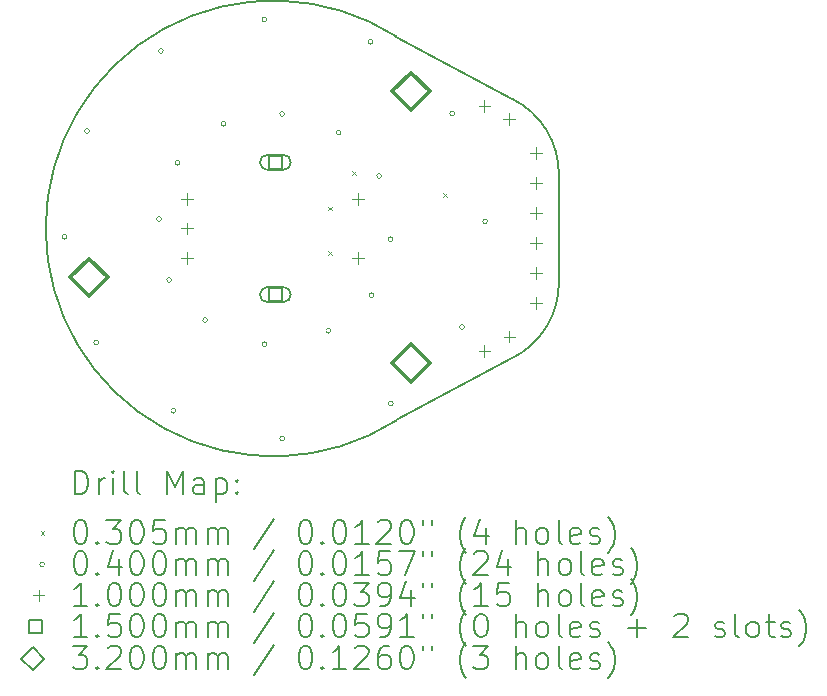
<source format=gbr>
%FSLAX45Y45*%
G04 Gerber Fmt 4.5, Leading zero omitted, Abs format (unit mm)*
G04 Created by KiCad (PCBNEW (6.0.2)) date 2022-04-21 21:08:19*
%MOMM*%
%LPD*%
G01*
G04 APERTURE LIST*
%TA.AperFunction,Profile*%
%ADD10C,0.200000*%
%TD*%
%ADD11C,0.200000*%
%ADD12C,0.030480*%
%ADD13C,0.040000*%
%ADD14C,0.100000*%
%ADD15C,0.150000*%
%ADD16C,0.320000*%
G04 APERTURE END LIST*
D10*
X7250000Y-5460000D02*
X6275000Y-5985000D01*
X6275000Y-2735000D02*
X7250000Y-3260000D01*
X6275000Y-2735000D02*
G75*
G03*
X3304974Y-4360000I-1040467J-1625000D01*
G01*
X3304974Y-4360000D02*
G75*
G03*
X6275000Y-5985000I1929559J0D01*
G01*
X7250000Y-5460000D02*
G75*
G03*
X7650000Y-4810000I-310148J638937D01*
G01*
X7650000Y-3910000D02*
G75*
G03*
X7250000Y-3260000I-710148J11063D01*
G01*
X7650000Y-3910000D02*
X7650000Y-4810000D01*
D11*
D12*
X5697160Y-4175460D02*
X5727640Y-4205940D01*
X5727640Y-4175460D02*
X5697160Y-4205940D01*
X5697260Y-4554760D02*
X5727740Y-4585240D01*
X5727740Y-4554760D02*
X5697260Y-4585240D01*
X5902260Y-3874760D02*
X5932740Y-3905240D01*
X5932740Y-3874760D02*
X5902260Y-3905240D01*
X6670360Y-4060270D02*
X6700840Y-4090750D01*
X6700840Y-4060270D02*
X6670360Y-4090750D01*
D13*
X3483900Y-4430800D02*
G75*
G03*
X3483900Y-4430800I-20000J0D01*
G01*
X3674726Y-3534952D02*
G75*
G03*
X3674726Y-3534952I-20000J0D01*
G01*
X3752490Y-5325752D02*
G75*
G03*
X3752490Y-5325752I-20000J0D01*
G01*
X4283900Y-4280800D02*
G75*
G03*
X4283900Y-4280800I-20000J0D01*
G01*
X4299973Y-2857190D02*
G75*
G03*
X4299973Y-2857190I-20000J0D01*
G01*
X4370310Y-4795848D02*
G75*
G03*
X4370310Y-4795848I-20000J0D01*
G01*
X4404952Y-5903910D02*
G75*
G03*
X4404952Y-5903910I-20000J0D01*
G01*
X4442546Y-3805048D02*
G75*
G03*
X4442546Y-3805048I-20000J0D01*
G01*
X4675048Y-5136090D02*
G75*
G03*
X4675048Y-5136090I-20000J0D01*
G01*
X4829877Y-3475010D02*
G75*
G03*
X4829877Y-3475010I-20000J0D01*
G01*
X5177200Y-2590000D02*
G75*
G03*
X5177200Y-2590000I-20000J0D01*
G01*
X5177200Y-5339000D02*
G75*
G03*
X5177200Y-5339000I-20000J0D01*
G01*
X5327200Y-3390000D02*
G75*
G03*
X5327200Y-3390000I-20000J0D01*
G01*
X5327200Y-6139000D02*
G75*
G03*
X5327200Y-6139000I-20000J0D01*
G01*
X5717548Y-5226090D02*
G75*
G03*
X5717548Y-5226090I-20000J0D01*
G01*
X5804952Y-3548910D02*
G75*
G03*
X5804952Y-3548910I-20000J0D01*
G01*
X6075048Y-2781090D02*
G75*
G03*
X6075048Y-2781090I-20000J0D01*
G01*
X6082454Y-4924952D02*
G75*
G03*
X6082454Y-4924952I-20000J0D01*
G01*
X6148590Y-3914952D02*
G75*
G03*
X6148590Y-3914952I-20000J0D01*
G01*
X6245000Y-4450000D02*
G75*
G03*
X6245000Y-4450000I-20000J0D01*
G01*
X6247452Y-5843910D02*
G75*
G03*
X6247452Y-5843910I-20000J0D01*
G01*
X6766410Y-3385048D02*
G75*
G03*
X6766410Y-3385048I-20000J0D01*
G01*
X6850274Y-5195048D02*
G75*
G03*
X6850274Y-5195048I-20000J0D01*
G01*
X7045000Y-4300000D02*
G75*
G03*
X7045000Y-4300000I-20000J0D01*
G01*
D14*
X4500000Y-4060000D02*
X4500000Y-4160000D01*
X4450000Y-4110000D02*
X4550000Y-4110000D01*
X4500000Y-4310000D02*
X4500000Y-4410000D01*
X4450000Y-4360000D02*
X4550000Y-4360000D01*
X4500000Y-4560000D02*
X4500000Y-4660000D01*
X4450000Y-4610000D02*
X4550000Y-4610000D01*
X5950000Y-4060000D02*
X5950000Y-4160000D01*
X5900000Y-4110000D02*
X6000000Y-4110000D01*
X5950000Y-4560000D02*
X5950000Y-4660000D01*
X5900000Y-4610000D02*
X6000000Y-4610000D01*
X7020000Y-3272500D02*
X7020000Y-3372500D01*
X6970000Y-3322500D02*
X7070000Y-3322500D01*
X7020000Y-5345000D02*
X7020000Y-5445000D01*
X6970000Y-5395000D02*
X7070000Y-5395000D01*
X7230800Y-3384500D02*
X7230800Y-3484500D01*
X7180800Y-3434500D02*
X7280800Y-3434500D01*
X7231300Y-5225000D02*
X7231300Y-5325000D01*
X7181300Y-5275000D02*
X7281300Y-5275000D01*
X7455000Y-3668000D02*
X7455000Y-3768000D01*
X7405000Y-3718000D02*
X7505000Y-3718000D01*
X7455000Y-3922000D02*
X7455000Y-4022000D01*
X7405000Y-3972000D02*
X7505000Y-3972000D01*
X7455000Y-4176000D02*
X7455000Y-4276000D01*
X7405000Y-4226000D02*
X7505000Y-4226000D01*
X7455000Y-4430000D02*
X7455000Y-4530000D01*
X7405000Y-4480000D02*
X7505000Y-4480000D01*
X7455000Y-4684000D02*
X7455000Y-4784000D01*
X7405000Y-4734000D02*
X7505000Y-4734000D01*
X7455000Y-4938000D02*
X7455000Y-5038000D01*
X7405000Y-4988000D02*
X7505000Y-4988000D01*
D15*
X5303034Y-3853033D02*
X5303034Y-3746966D01*
X5196967Y-3746966D01*
X5196967Y-3853033D01*
X5303034Y-3853033D01*
D11*
X5185000Y-3865000D02*
X5315000Y-3865000D01*
X5185000Y-3735000D02*
X5315000Y-3735000D01*
X5315000Y-3865000D02*
G75*
G03*
X5315000Y-3735000I0J65000D01*
G01*
X5185000Y-3735000D02*
G75*
G03*
X5185000Y-3865000I0J-65000D01*
G01*
D15*
X5303034Y-4973034D02*
X5303034Y-4866967D01*
X5196967Y-4866967D01*
X5196967Y-4973034D01*
X5303034Y-4973034D01*
D11*
X5185000Y-4985000D02*
X5315000Y-4985000D01*
X5185000Y-4855000D02*
X5315000Y-4855000D01*
X5315000Y-4985000D02*
G75*
G03*
X5315000Y-4855000I0J65000D01*
G01*
X5185000Y-4855000D02*
G75*
G03*
X5185000Y-4985000I0J-65000D01*
G01*
D16*
X3675000Y-4935000D02*
X3835000Y-4775000D01*
X3675000Y-4615000D01*
X3515000Y-4775000D01*
X3675000Y-4935000D01*
X6400000Y-3360000D02*
X6560000Y-3200000D01*
X6400000Y-3040000D01*
X6240000Y-3200000D01*
X6400000Y-3360000D01*
X6400000Y-5660000D02*
X6560000Y-5500000D01*
X6400000Y-5340000D01*
X6240000Y-5500000D01*
X6400000Y-5660000D01*
D11*
X3552593Y-6610035D02*
X3552593Y-6410035D01*
X3600212Y-6410035D01*
X3628784Y-6419559D01*
X3647831Y-6438606D01*
X3657355Y-6457654D01*
X3666879Y-6495749D01*
X3666879Y-6524321D01*
X3657355Y-6562416D01*
X3647831Y-6581463D01*
X3628784Y-6600511D01*
X3600212Y-6610035D01*
X3552593Y-6610035D01*
X3752593Y-6610035D02*
X3752593Y-6476701D01*
X3752593Y-6514797D02*
X3762117Y-6495749D01*
X3771641Y-6486225D01*
X3790688Y-6476701D01*
X3809736Y-6476701D01*
X3876403Y-6610035D02*
X3876403Y-6476701D01*
X3876403Y-6410035D02*
X3866879Y-6419559D01*
X3876403Y-6429082D01*
X3885927Y-6419559D01*
X3876403Y-6410035D01*
X3876403Y-6429082D01*
X4000212Y-6610035D02*
X3981165Y-6600511D01*
X3971641Y-6581463D01*
X3971641Y-6410035D01*
X4104974Y-6610035D02*
X4085927Y-6600511D01*
X4076403Y-6581463D01*
X4076403Y-6410035D01*
X4333546Y-6610035D02*
X4333546Y-6410035D01*
X4400212Y-6552892D01*
X4466879Y-6410035D01*
X4466879Y-6610035D01*
X4647831Y-6610035D02*
X4647831Y-6505273D01*
X4638308Y-6486225D01*
X4619260Y-6476701D01*
X4581165Y-6476701D01*
X4562117Y-6486225D01*
X4647831Y-6600511D02*
X4628784Y-6610035D01*
X4581165Y-6610035D01*
X4562117Y-6600511D01*
X4552593Y-6581463D01*
X4552593Y-6562416D01*
X4562117Y-6543368D01*
X4581165Y-6533844D01*
X4628784Y-6533844D01*
X4647831Y-6524321D01*
X4743070Y-6476701D02*
X4743070Y-6676701D01*
X4743070Y-6486225D02*
X4762117Y-6476701D01*
X4800212Y-6476701D01*
X4819260Y-6486225D01*
X4828784Y-6495749D01*
X4838308Y-6514797D01*
X4838308Y-6571940D01*
X4828784Y-6590987D01*
X4819260Y-6600511D01*
X4800212Y-6610035D01*
X4762117Y-6610035D01*
X4743070Y-6600511D01*
X4924022Y-6590987D02*
X4933546Y-6600511D01*
X4924022Y-6610035D01*
X4914498Y-6600511D01*
X4924022Y-6590987D01*
X4924022Y-6610035D01*
X4924022Y-6486225D02*
X4933546Y-6495749D01*
X4924022Y-6505273D01*
X4914498Y-6495749D01*
X4924022Y-6486225D01*
X4924022Y-6505273D01*
D12*
X3264494Y-6924319D02*
X3294974Y-6954799D01*
X3294974Y-6924319D02*
X3264494Y-6954799D01*
D11*
X3590688Y-6830035D02*
X3609736Y-6830035D01*
X3628784Y-6839559D01*
X3638308Y-6849082D01*
X3647831Y-6868130D01*
X3657355Y-6906225D01*
X3657355Y-6953844D01*
X3647831Y-6991940D01*
X3638308Y-7010987D01*
X3628784Y-7020511D01*
X3609736Y-7030035D01*
X3590688Y-7030035D01*
X3571641Y-7020511D01*
X3562117Y-7010987D01*
X3552593Y-6991940D01*
X3543069Y-6953844D01*
X3543069Y-6906225D01*
X3552593Y-6868130D01*
X3562117Y-6849082D01*
X3571641Y-6839559D01*
X3590688Y-6830035D01*
X3743069Y-7010987D02*
X3752593Y-7020511D01*
X3743069Y-7030035D01*
X3733546Y-7020511D01*
X3743069Y-7010987D01*
X3743069Y-7030035D01*
X3819260Y-6830035D02*
X3943069Y-6830035D01*
X3876403Y-6906225D01*
X3904974Y-6906225D01*
X3924022Y-6915749D01*
X3933546Y-6925273D01*
X3943069Y-6944321D01*
X3943069Y-6991940D01*
X3933546Y-7010987D01*
X3924022Y-7020511D01*
X3904974Y-7030035D01*
X3847831Y-7030035D01*
X3828784Y-7020511D01*
X3819260Y-7010987D01*
X4066879Y-6830035D02*
X4085927Y-6830035D01*
X4104974Y-6839559D01*
X4114498Y-6849082D01*
X4124022Y-6868130D01*
X4133546Y-6906225D01*
X4133546Y-6953844D01*
X4124022Y-6991940D01*
X4114498Y-7010987D01*
X4104974Y-7020511D01*
X4085927Y-7030035D01*
X4066879Y-7030035D01*
X4047831Y-7020511D01*
X4038308Y-7010987D01*
X4028784Y-6991940D01*
X4019260Y-6953844D01*
X4019260Y-6906225D01*
X4028784Y-6868130D01*
X4038308Y-6849082D01*
X4047831Y-6839559D01*
X4066879Y-6830035D01*
X4314498Y-6830035D02*
X4219260Y-6830035D01*
X4209736Y-6925273D01*
X4219260Y-6915749D01*
X4238308Y-6906225D01*
X4285927Y-6906225D01*
X4304974Y-6915749D01*
X4314498Y-6925273D01*
X4324022Y-6944321D01*
X4324022Y-6991940D01*
X4314498Y-7010987D01*
X4304974Y-7020511D01*
X4285927Y-7030035D01*
X4238308Y-7030035D01*
X4219260Y-7020511D01*
X4209736Y-7010987D01*
X4409736Y-7030035D02*
X4409736Y-6896701D01*
X4409736Y-6915749D02*
X4419260Y-6906225D01*
X4438308Y-6896701D01*
X4466879Y-6896701D01*
X4485927Y-6906225D01*
X4495450Y-6925273D01*
X4495450Y-7030035D01*
X4495450Y-6925273D02*
X4504974Y-6906225D01*
X4524022Y-6896701D01*
X4552593Y-6896701D01*
X4571641Y-6906225D01*
X4581165Y-6925273D01*
X4581165Y-7030035D01*
X4676403Y-7030035D02*
X4676403Y-6896701D01*
X4676403Y-6915749D02*
X4685927Y-6906225D01*
X4704974Y-6896701D01*
X4733546Y-6896701D01*
X4752593Y-6906225D01*
X4762117Y-6925273D01*
X4762117Y-7030035D01*
X4762117Y-6925273D02*
X4771641Y-6906225D01*
X4790689Y-6896701D01*
X4819260Y-6896701D01*
X4838308Y-6906225D01*
X4847831Y-6925273D01*
X4847831Y-7030035D01*
X5238308Y-6820511D02*
X5066879Y-7077654D01*
X5495450Y-6830035D02*
X5514498Y-6830035D01*
X5533546Y-6839559D01*
X5543070Y-6849082D01*
X5552593Y-6868130D01*
X5562117Y-6906225D01*
X5562117Y-6953844D01*
X5552593Y-6991940D01*
X5543070Y-7010987D01*
X5533546Y-7020511D01*
X5514498Y-7030035D01*
X5495450Y-7030035D01*
X5476403Y-7020511D01*
X5466879Y-7010987D01*
X5457355Y-6991940D01*
X5447831Y-6953844D01*
X5447831Y-6906225D01*
X5457355Y-6868130D01*
X5466879Y-6849082D01*
X5476403Y-6839559D01*
X5495450Y-6830035D01*
X5647831Y-7010987D02*
X5657355Y-7020511D01*
X5647831Y-7030035D01*
X5638308Y-7020511D01*
X5647831Y-7010987D01*
X5647831Y-7030035D01*
X5781165Y-6830035D02*
X5800212Y-6830035D01*
X5819260Y-6839559D01*
X5828784Y-6849082D01*
X5838308Y-6868130D01*
X5847831Y-6906225D01*
X5847831Y-6953844D01*
X5838308Y-6991940D01*
X5828784Y-7010987D01*
X5819260Y-7020511D01*
X5800212Y-7030035D01*
X5781165Y-7030035D01*
X5762117Y-7020511D01*
X5752593Y-7010987D01*
X5743069Y-6991940D01*
X5733546Y-6953844D01*
X5733546Y-6906225D01*
X5743069Y-6868130D01*
X5752593Y-6849082D01*
X5762117Y-6839559D01*
X5781165Y-6830035D01*
X6038308Y-7030035D02*
X5924022Y-7030035D01*
X5981165Y-7030035D02*
X5981165Y-6830035D01*
X5962117Y-6858606D01*
X5943069Y-6877654D01*
X5924022Y-6887178D01*
X6114498Y-6849082D02*
X6124022Y-6839559D01*
X6143069Y-6830035D01*
X6190688Y-6830035D01*
X6209736Y-6839559D01*
X6219260Y-6849082D01*
X6228784Y-6868130D01*
X6228784Y-6887178D01*
X6219260Y-6915749D01*
X6104974Y-7030035D01*
X6228784Y-7030035D01*
X6352593Y-6830035D02*
X6371641Y-6830035D01*
X6390688Y-6839559D01*
X6400212Y-6849082D01*
X6409736Y-6868130D01*
X6419260Y-6906225D01*
X6419260Y-6953844D01*
X6409736Y-6991940D01*
X6400212Y-7010987D01*
X6390688Y-7020511D01*
X6371641Y-7030035D01*
X6352593Y-7030035D01*
X6333546Y-7020511D01*
X6324022Y-7010987D01*
X6314498Y-6991940D01*
X6304974Y-6953844D01*
X6304974Y-6906225D01*
X6314498Y-6868130D01*
X6324022Y-6849082D01*
X6333546Y-6839559D01*
X6352593Y-6830035D01*
X6495450Y-6830035D02*
X6495450Y-6868130D01*
X6571641Y-6830035D02*
X6571641Y-6868130D01*
X6866879Y-7106225D02*
X6857355Y-7096701D01*
X6838308Y-7068130D01*
X6828784Y-7049082D01*
X6819260Y-7020511D01*
X6809736Y-6972892D01*
X6809736Y-6934797D01*
X6819260Y-6887178D01*
X6828784Y-6858606D01*
X6838308Y-6839559D01*
X6857355Y-6810987D01*
X6866879Y-6801463D01*
X7028784Y-6896701D02*
X7028784Y-7030035D01*
X6981165Y-6820511D02*
X6933546Y-6963368D01*
X7057355Y-6963368D01*
X7285927Y-7030035D02*
X7285927Y-6830035D01*
X7371641Y-7030035D02*
X7371641Y-6925273D01*
X7362117Y-6906225D01*
X7343069Y-6896701D01*
X7314498Y-6896701D01*
X7295450Y-6906225D01*
X7285927Y-6915749D01*
X7495450Y-7030035D02*
X7476403Y-7020511D01*
X7466879Y-7010987D01*
X7457355Y-6991940D01*
X7457355Y-6934797D01*
X7466879Y-6915749D01*
X7476403Y-6906225D01*
X7495450Y-6896701D01*
X7524022Y-6896701D01*
X7543069Y-6906225D01*
X7552593Y-6915749D01*
X7562117Y-6934797D01*
X7562117Y-6991940D01*
X7552593Y-7010987D01*
X7543069Y-7020511D01*
X7524022Y-7030035D01*
X7495450Y-7030035D01*
X7676403Y-7030035D02*
X7657355Y-7020511D01*
X7647831Y-7001463D01*
X7647831Y-6830035D01*
X7828784Y-7020511D02*
X7809736Y-7030035D01*
X7771641Y-7030035D01*
X7752593Y-7020511D01*
X7743069Y-7001463D01*
X7743069Y-6925273D01*
X7752593Y-6906225D01*
X7771641Y-6896701D01*
X7809736Y-6896701D01*
X7828784Y-6906225D01*
X7838308Y-6925273D01*
X7838308Y-6944321D01*
X7743069Y-6963368D01*
X7914498Y-7020511D02*
X7933546Y-7030035D01*
X7971641Y-7030035D01*
X7990688Y-7020511D01*
X8000212Y-7001463D01*
X8000212Y-6991940D01*
X7990688Y-6972892D01*
X7971641Y-6963368D01*
X7943069Y-6963368D01*
X7924022Y-6953844D01*
X7914498Y-6934797D01*
X7914498Y-6925273D01*
X7924022Y-6906225D01*
X7943069Y-6896701D01*
X7971641Y-6896701D01*
X7990688Y-6906225D01*
X8066879Y-7106225D02*
X8076403Y-7096701D01*
X8095450Y-7068130D01*
X8104974Y-7049082D01*
X8114498Y-7020511D01*
X8124022Y-6972892D01*
X8124022Y-6934797D01*
X8114498Y-6887178D01*
X8104974Y-6858606D01*
X8095450Y-6839559D01*
X8076403Y-6810987D01*
X8066879Y-6801463D01*
D13*
X3294974Y-7203559D02*
G75*
G03*
X3294974Y-7203559I-20000J0D01*
G01*
D11*
X3590688Y-7094035D02*
X3609736Y-7094035D01*
X3628784Y-7103559D01*
X3638308Y-7113082D01*
X3647831Y-7132130D01*
X3657355Y-7170225D01*
X3657355Y-7217844D01*
X3647831Y-7255940D01*
X3638308Y-7274987D01*
X3628784Y-7284511D01*
X3609736Y-7294035D01*
X3590688Y-7294035D01*
X3571641Y-7284511D01*
X3562117Y-7274987D01*
X3552593Y-7255940D01*
X3543069Y-7217844D01*
X3543069Y-7170225D01*
X3552593Y-7132130D01*
X3562117Y-7113082D01*
X3571641Y-7103559D01*
X3590688Y-7094035D01*
X3743069Y-7274987D02*
X3752593Y-7284511D01*
X3743069Y-7294035D01*
X3733546Y-7284511D01*
X3743069Y-7274987D01*
X3743069Y-7294035D01*
X3924022Y-7160701D02*
X3924022Y-7294035D01*
X3876403Y-7084511D02*
X3828784Y-7227368D01*
X3952593Y-7227368D01*
X4066879Y-7094035D02*
X4085927Y-7094035D01*
X4104974Y-7103559D01*
X4114498Y-7113082D01*
X4124022Y-7132130D01*
X4133546Y-7170225D01*
X4133546Y-7217844D01*
X4124022Y-7255940D01*
X4114498Y-7274987D01*
X4104974Y-7284511D01*
X4085927Y-7294035D01*
X4066879Y-7294035D01*
X4047831Y-7284511D01*
X4038308Y-7274987D01*
X4028784Y-7255940D01*
X4019260Y-7217844D01*
X4019260Y-7170225D01*
X4028784Y-7132130D01*
X4038308Y-7113082D01*
X4047831Y-7103559D01*
X4066879Y-7094035D01*
X4257355Y-7094035D02*
X4276403Y-7094035D01*
X4295450Y-7103559D01*
X4304974Y-7113082D01*
X4314498Y-7132130D01*
X4324022Y-7170225D01*
X4324022Y-7217844D01*
X4314498Y-7255940D01*
X4304974Y-7274987D01*
X4295450Y-7284511D01*
X4276403Y-7294035D01*
X4257355Y-7294035D01*
X4238308Y-7284511D01*
X4228784Y-7274987D01*
X4219260Y-7255940D01*
X4209736Y-7217844D01*
X4209736Y-7170225D01*
X4219260Y-7132130D01*
X4228784Y-7113082D01*
X4238308Y-7103559D01*
X4257355Y-7094035D01*
X4409736Y-7294035D02*
X4409736Y-7160701D01*
X4409736Y-7179749D02*
X4419260Y-7170225D01*
X4438308Y-7160701D01*
X4466879Y-7160701D01*
X4485927Y-7170225D01*
X4495450Y-7189273D01*
X4495450Y-7294035D01*
X4495450Y-7189273D02*
X4504974Y-7170225D01*
X4524022Y-7160701D01*
X4552593Y-7160701D01*
X4571641Y-7170225D01*
X4581165Y-7189273D01*
X4581165Y-7294035D01*
X4676403Y-7294035D02*
X4676403Y-7160701D01*
X4676403Y-7179749D02*
X4685927Y-7170225D01*
X4704974Y-7160701D01*
X4733546Y-7160701D01*
X4752593Y-7170225D01*
X4762117Y-7189273D01*
X4762117Y-7294035D01*
X4762117Y-7189273D02*
X4771641Y-7170225D01*
X4790689Y-7160701D01*
X4819260Y-7160701D01*
X4838308Y-7170225D01*
X4847831Y-7189273D01*
X4847831Y-7294035D01*
X5238308Y-7084511D02*
X5066879Y-7341654D01*
X5495450Y-7094035D02*
X5514498Y-7094035D01*
X5533546Y-7103559D01*
X5543070Y-7113082D01*
X5552593Y-7132130D01*
X5562117Y-7170225D01*
X5562117Y-7217844D01*
X5552593Y-7255940D01*
X5543070Y-7274987D01*
X5533546Y-7284511D01*
X5514498Y-7294035D01*
X5495450Y-7294035D01*
X5476403Y-7284511D01*
X5466879Y-7274987D01*
X5457355Y-7255940D01*
X5447831Y-7217844D01*
X5447831Y-7170225D01*
X5457355Y-7132130D01*
X5466879Y-7113082D01*
X5476403Y-7103559D01*
X5495450Y-7094035D01*
X5647831Y-7274987D02*
X5657355Y-7284511D01*
X5647831Y-7294035D01*
X5638308Y-7284511D01*
X5647831Y-7274987D01*
X5647831Y-7294035D01*
X5781165Y-7094035D02*
X5800212Y-7094035D01*
X5819260Y-7103559D01*
X5828784Y-7113082D01*
X5838308Y-7132130D01*
X5847831Y-7170225D01*
X5847831Y-7217844D01*
X5838308Y-7255940D01*
X5828784Y-7274987D01*
X5819260Y-7284511D01*
X5800212Y-7294035D01*
X5781165Y-7294035D01*
X5762117Y-7284511D01*
X5752593Y-7274987D01*
X5743069Y-7255940D01*
X5733546Y-7217844D01*
X5733546Y-7170225D01*
X5743069Y-7132130D01*
X5752593Y-7113082D01*
X5762117Y-7103559D01*
X5781165Y-7094035D01*
X6038308Y-7294035D02*
X5924022Y-7294035D01*
X5981165Y-7294035D02*
X5981165Y-7094035D01*
X5962117Y-7122606D01*
X5943069Y-7141654D01*
X5924022Y-7151178D01*
X6219260Y-7094035D02*
X6124022Y-7094035D01*
X6114498Y-7189273D01*
X6124022Y-7179749D01*
X6143069Y-7170225D01*
X6190688Y-7170225D01*
X6209736Y-7179749D01*
X6219260Y-7189273D01*
X6228784Y-7208321D01*
X6228784Y-7255940D01*
X6219260Y-7274987D01*
X6209736Y-7284511D01*
X6190688Y-7294035D01*
X6143069Y-7294035D01*
X6124022Y-7284511D01*
X6114498Y-7274987D01*
X6295450Y-7094035D02*
X6428784Y-7094035D01*
X6343069Y-7294035D01*
X6495450Y-7094035D02*
X6495450Y-7132130D01*
X6571641Y-7094035D02*
X6571641Y-7132130D01*
X6866879Y-7370225D02*
X6857355Y-7360701D01*
X6838308Y-7332130D01*
X6828784Y-7313082D01*
X6819260Y-7284511D01*
X6809736Y-7236892D01*
X6809736Y-7198797D01*
X6819260Y-7151178D01*
X6828784Y-7122606D01*
X6838308Y-7103559D01*
X6857355Y-7074987D01*
X6866879Y-7065463D01*
X6933546Y-7113082D02*
X6943069Y-7103559D01*
X6962117Y-7094035D01*
X7009736Y-7094035D01*
X7028784Y-7103559D01*
X7038308Y-7113082D01*
X7047831Y-7132130D01*
X7047831Y-7151178D01*
X7038308Y-7179749D01*
X6924022Y-7294035D01*
X7047831Y-7294035D01*
X7219260Y-7160701D02*
X7219260Y-7294035D01*
X7171641Y-7084511D02*
X7124022Y-7227368D01*
X7247831Y-7227368D01*
X7476403Y-7294035D02*
X7476403Y-7094035D01*
X7562117Y-7294035D02*
X7562117Y-7189273D01*
X7552593Y-7170225D01*
X7533546Y-7160701D01*
X7504974Y-7160701D01*
X7485927Y-7170225D01*
X7476403Y-7179749D01*
X7685927Y-7294035D02*
X7666879Y-7284511D01*
X7657355Y-7274987D01*
X7647831Y-7255940D01*
X7647831Y-7198797D01*
X7657355Y-7179749D01*
X7666879Y-7170225D01*
X7685927Y-7160701D01*
X7714498Y-7160701D01*
X7733546Y-7170225D01*
X7743069Y-7179749D01*
X7752593Y-7198797D01*
X7752593Y-7255940D01*
X7743069Y-7274987D01*
X7733546Y-7284511D01*
X7714498Y-7294035D01*
X7685927Y-7294035D01*
X7866879Y-7294035D02*
X7847831Y-7284511D01*
X7838308Y-7265463D01*
X7838308Y-7094035D01*
X8019260Y-7284511D02*
X8000212Y-7294035D01*
X7962117Y-7294035D01*
X7943069Y-7284511D01*
X7933546Y-7265463D01*
X7933546Y-7189273D01*
X7943069Y-7170225D01*
X7962117Y-7160701D01*
X8000212Y-7160701D01*
X8019260Y-7170225D01*
X8028784Y-7189273D01*
X8028784Y-7208321D01*
X7933546Y-7227368D01*
X8104974Y-7284511D02*
X8124022Y-7294035D01*
X8162117Y-7294035D01*
X8181165Y-7284511D01*
X8190688Y-7265463D01*
X8190688Y-7255940D01*
X8181165Y-7236892D01*
X8162117Y-7227368D01*
X8133546Y-7227368D01*
X8114498Y-7217844D01*
X8104974Y-7198797D01*
X8104974Y-7189273D01*
X8114498Y-7170225D01*
X8133546Y-7160701D01*
X8162117Y-7160701D01*
X8181165Y-7170225D01*
X8257355Y-7370225D02*
X8266879Y-7360701D01*
X8285927Y-7332130D01*
X8295450Y-7313082D01*
X8304974Y-7284511D01*
X8314498Y-7236892D01*
X8314498Y-7198797D01*
X8304974Y-7151178D01*
X8295450Y-7122606D01*
X8285927Y-7103559D01*
X8266879Y-7074987D01*
X8257355Y-7065463D01*
D14*
X3244974Y-7417559D02*
X3244974Y-7517559D01*
X3194974Y-7467559D02*
X3294974Y-7467559D01*
D11*
X3657355Y-7558035D02*
X3543069Y-7558035D01*
X3600212Y-7558035D02*
X3600212Y-7358035D01*
X3581165Y-7386606D01*
X3562117Y-7405654D01*
X3543069Y-7415178D01*
X3743069Y-7538987D02*
X3752593Y-7548511D01*
X3743069Y-7558035D01*
X3733546Y-7548511D01*
X3743069Y-7538987D01*
X3743069Y-7558035D01*
X3876403Y-7358035D02*
X3895450Y-7358035D01*
X3914498Y-7367559D01*
X3924022Y-7377082D01*
X3933546Y-7396130D01*
X3943069Y-7434225D01*
X3943069Y-7481844D01*
X3933546Y-7519940D01*
X3924022Y-7538987D01*
X3914498Y-7548511D01*
X3895450Y-7558035D01*
X3876403Y-7558035D01*
X3857355Y-7548511D01*
X3847831Y-7538987D01*
X3838308Y-7519940D01*
X3828784Y-7481844D01*
X3828784Y-7434225D01*
X3838308Y-7396130D01*
X3847831Y-7377082D01*
X3857355Y-7367559D01*
X3876403Y-7358035D01*
X4066879Y-7358035D02*
X4085927Y-7358035D01*
X4104974Y-7367559D01*
X4114498Y-7377082D01*
X4124022Y-7396130D01*
X4133546Y-7434225D01*
X4133546Y-7481844D01*
X4124022Y-7519940D01*
X4114498Y-7538987D01*
X4104974Y-7548511D01*
X4085927Y-7558035D01*
X4066879Y-7558035D01*
X4047831Y-7548511D01*
X4038308Y-7538987D01*
X4028784Y-7519940D01*
X4019260Y-7481844D01*
X4019260Y-7434225D01*
X4028784Y-7396130D01*
X4038308Y-7377082D01*
X4047831Y-7367559D01*
X4066879Y-7358035D01*
X4257355Y-7358035D02*
X4276403Y-7358035D01*
X4295450Y-7367559D01*
X4304974Y-7377082D01*
X4314498Y-7396130D01*
X4324022Y-7434225D01*
X4324022Y-7481844D01*
X4314498Y-7519940D01*
X4304974Y-7538987D01*
X4295450Y-7548511D01*
X4276403Y-7558035D01*
X4257355Y-7558035D01*
X4238308Y-7548511D01*
X4228784Y-7538987D01*
X4219260Y-7519940D01*
X4209736Y-7481844D01*
X4209736Y-7434225D01*
X4219260Y-7396130D01*
X4228784Y-7377082D01*
X4238308Y-7367559D01*
X4257355Y-7358035D01*
X4409736Y-7558035D02*
X4409736Y-7424701D01*
X4409736Y-7443749D02*
X4419260Y-7434225D01*
X4438308Y-7424701D01*
X4466879Y-7424701D01*
X4485927Y-7434225D01*
X4495450Y-7453273D01*
X4495450Y-7558035D01*
X4495450Y-7453273D02*
X4504974Y-7434225D01*
X4524022Y-7424701D01*
X4552593Y-7424701D01*
X4571641Y-7434225D01*
X4581165Y-7453273D01*
X4581165Y-7558035D01*
X4676403Y-7558035D02*
X4676403Y-7424701D01*
X4676403Y-7443749D02*
X4685927Y-7434225D01*
X4704974Y-7424701D01*
X4733546Y-7424701D01*
X4752593Y-7434225D01*
X4762117Y-7453273D01*
X4762117Y-7558035D01*
X4762117Y-7453273D02*
X4771641Y-7434225D01*
X4790689Y-7424701D01*
X4819260Y-7424701D01*
X4838308Y-7434225D01*
X4847831Y-7453273D01*
X4847831Y-7558035D01*
X5238308Y-7348511D02*
X5066879Y-7605654D01*
X5495450Y-7358035D02*
X5514498Y-7358035D01*
X5533546Y-7367559D01*
X5543070Y-7377082D01*
X5552593Y-7396130D01*
X5562117Y-7434225D01*
X5562117Y-7481844D01*
X5552593Y-7519940D01*
X5543070Y-7538987D01*
X5533546Y-7548511D01*
X5514498Y-7558035D01*
X5495450Y-7558035D01*
X5476403Y-7548511D01*
X5466879Y-7538987D01*
X5457355Y-7519940D01*
X5447831Y-7481844D01*
X5447831Y-7434225D01*
X5457355Y-7396130D01*
X5466879Y-7377082D01*
X5476403Y-7367559D01*
X5495450Y-7358035D01*
X5647831Y-7538987D02*
X5657355Y-7548511D01*
X5647831Y-7558035D01*
X5638308Y-7548511D01*
X5647831Y-7538987D01*
X5647831Y-7558035D01*
X5781165Y-7358035D02*
X5800212Y-7358035D01*
X5819260Y-7367559D01*
X5828784Y-7377082D01*
X5838308Y-7396130D01*
X5847831Y-7434225D01*
X5847831Y-7481844D01*
X5838308Y-7519940D01*
X5828784Y-7538987D01*
X5819260Y-7548511D01*
X5800212Y-7558035D01*
X5781165Y-7558035D01*
X5762117Y-7548511D01*
X5752593Y-7538987D01*
X5743069Y-7519940D01*
X5733546Y-7481844D01*
X5733546Y-7434225D01*
X5743069Y-7396130D01*
X5752593Y-7377082D01*
X5762117Y-7367559D01*
X5781165Y-7358035D01*
X5914498Y-7358035D02*
X6038308Y-7358035D01*
X5971641Y-7434225D01*
X6000212Y-7434225D01*
X6019260Y-7443749D01*
X6028784Y-7453273D01*
X6038308Y-7472321D01*
X6038308Y-7519940D01*
X6028784Y-7538987D01*
X6019260Y-7548511D01*
X6000212Y-7558035D01*
X5943069Y-7558035D01*
X5924022Y-7548511D01*
X5914498Y-7538987D01*
X6133546Y-7558035D02*
X6171641Y-7558035D01*
X6190688Y-7548511D01*
X6200212Y-7538987D01*
X6219260Y-7510416D01*
X6228784Y-7472321D01*
X6228784Y-7396130D01*
X6219260Y-7377082D01*
X6209736Y-7367559D01*
X6190688Y-7358035D01*
X6152593Y-7358035D01*
X6133546Y-7367559D01*
X6124022Y-7377082D01*
X6114498Y-7396130D01*
X6114498Y-7443749D01*
X6124022Y-7462797D01*
X6133546Y-7472321D01*
X6152593Y-7481844D01*
X6190688Y-7481844D01*
X6209736Y-7472321D01*
X6219260Y-7462797D01*
X6228784Y-7443749D01*
X6400212Y-7424701D02*
X6400212Y-7558035D01*
X6352593Y-7348511D02*
X6304974Y-7491368D01*
X6428784Y-7491368D01*
X6495450Y-7358035D02*
X6495450Y-7396130D01*
X6571641Y-7358035D02*
X6571641Y-7396130D01*
X6866879Y-7634225D02*
X6857355Y-7624701D01*
X6838308Y-7596130D01*
X6828784Y-7577082D01*
X6819260Y-7548511D01*
X6809736Y-7500892D01*
X6809736Y-7462797D01*
X6819260Y-7415178D01*
X6828784Y-7386606D01*
X6838308Y-7367559D01*
X6857355Y-7338987D01*
X6866879Y-7329463D01*
X7047831Y-7558035D02*
X6933546Y-7558035D01*
X6990688Y-7558035D02*
X6990688Y-7358035D01*
X6971641Y-7386606D01*
X6952593Y-7405654D01*
X6933546Y-7415178D01*
X7228784Y-7358035D02*
X7133546Y-7358035D01*
X7124022Y-7453273D01*
X7133546Y-7443749D01*
X7152593Y-7434225D01*
X7200212Y-7434225D01*
X7219260Y-7443749D01*
X7228784Y-7453273D01*
X7238308Y-7472321D01*
X7238308Y-7519940D01*
X7228784Y-7538987D01*
X7219260Y-7548511D01*
X7200212Y-7558035D01*
X7152593Y-7558035D01*
X7133546Y-7548511D01*
X7124022Y-7538987D01*
X7476403Y-7558035D02*
X7476403Y-7358035D01*
X7562117Y-7558035D02*
X7562117Y-7453273D01*
X7552593Y-7434225D01*
X7533546Y-7424701D01*
X7504974Y-7424701D01*
X7485927Y-7434225D01*
X7476403Y-7443749D01*
X7685927Y-7558035D02*
X7666879Y-7548511D01*
X7657355Y-7538987D01*
X7647831Y-7519940D01*
X7647831Y-7462797D01*
X7657355Y-7443749D01*
X7666879Y-7434225D01*
X7685927Y-7424701D01*
X7714498Y-7424701D01*
X7733546Y-7434225D01*
X7743069Y-7443749D01*
X7752593Y-7462797D01*
X7752593Y-7519940D01*
X7743069Y-7538987D01*
X7733546Y-7548511D01*
X7714498Y-7558035D01*
X7685927Y-7558035D01*
X7866879Y-7558035D02*
X7847831Y-7548511D01*
X7838308Y-7529463D01*
X7838308Y-7358035D01*
X8019260Y-7548511D02*
X8000212Y-7558035D01*
X7962117Y-7558035D01*
X7943069Y-7548511D01*
X7933546Y-7529463D01*
X7933546Y-7453273D01*
X7943069Y-7434225D01*
X7962117Y-7424701D01*
X8000212Y-7424701D01*
X8019260Y-7434225D01*
X8028784Y-7453273D01*
X8028784Y-7472321D01*
X7933546Y-7491368D01*
X8104974Y-7548511D02*
X8124022Y-7558035D01*
X8162117Y-7558035D01*
X8181165Y-7548511D01*
X8190688Y-7529463D01*
X8190688Y-7519940D01*
X8181165Y-7500892D01*
X8162117Y-7491368D01*
X8133546Y-7491368D01*
X8114498Y-7481844D01*
X8104974Y-7462797D01*
X8104974Y-7453273D01*
X8114498Y-7434225D01*
X8133546Y-7424701D01*
X8162117Y-7424701D01*
X8181165Y-7434225D01*
X8257355Y-7634225D02*
X8266879Y-7624701D01*
X8285927Y-7596130D01*
X8295450Y-7577082D01*
X8304974Y-7548511D01*
X8314498Y-7500892D01*
X8314498Y-7462797D01*
X8304974Y-7415178D01*
X8295450Y-7386606D01*
X8285927Y-7367559D01*
X8266879Y-7338987D01*
X8257355Y-7329463D01*
D15*
X3273008Y-7784592D02*
X3273008Y-7678525D01*
X3166941Y-7678525D01*
X3166941Y-7784592D01*
X3273008Y-7784592D01*
D11*
X3657355Y-7822035D02*
X3543069Y-7822035D01*
X3600212Y-7822035D02*
X3600212Y-7622035D01*
X3581165Y-7650606D01*
X3562117Y-7669654D01*
X3543069Y-7679178D01*
X3743069Y-7802987D02*
X3752593Y-7812511D01*
X3743069Y-7822035D01*
X3733546Y-7812511D01*
X3743069Y-7802987D01*
X3743069Y-7822035D01*
X3933546Y-7622035D02*
X3838308Y-7622035D01*
X3828784Y-7717273D01*
X3838308Y-7707749D01*
X3857355Y-7698225D01*
X3904974Y-7698225D01*
X3924022Y-7707749D01*
X3933546Y-7717273D01*
X3943069Y-7736321D01*
X3943069Y-7783940D01*
X3933546Y-7802987D01*
X3924022Y-7812511D01*
X3904974Y-7822035D01*
X3857355Y-7822035D01*
X3838308Y-7812511D01*
X3828784Y-7802987D01*
X4066879Y-7622035D02*
X4085927Y-7622035D01*
X4104974Y-7631559D01*
X4114498Y-7641082D01*
X4124022Y-7660130D01*
X4133546Y-7698225D01*
X4133546Y-7745844D01*
X4124022Y-7783940D01*
X4114498Y-7802987D01*
X4104974Y-7812511D01*
X4085927Y-7822035D01*
X4066879Y-7822035D01*
X4047831Y-7812511D01*
X4038308Y-7802987D01*
X4028784Y-7783940D01*
X4019260Y-7745844D01*
X4019260Y-7698225D01*
X4028784Y-7660130D01*
X4038308Y-7641082D01*
X4047831Y-7631559D01*
X4066879Y-7622035D01*
X4257355Y-7622035D02*
X4276403Y-7622035D01*
X4295450Y-7631559D01*
X4304974Y-7641082D01*
X4314498Y-7660130D01*
X4324022Y-7698225D01*
X4324022Y-7745844D01*
X4314498Y-7783940D01*
X4304974Y-7802987D01*
X4295450Y-7812511D01*
X4276403Y-7822035D01*
X4257355Y-7822035D01*
X4238308Y-7812511D01*
X4228784Y-7802987D01*
X4219260Y-7783940D01*
X4209736Y-7745844D01*
X4209736Y-7698225D01*
X4219260Y-7660130D01*
X4228784Y-7641082D01*
X4238308Y-7631559D01*
X4257355Y-7622035D01*
X4409736Y-7822035D02*
X4409736Y-7688701D01*
X4409736Y-7707749D02*
X4419260Y-7698225D01*
X4438308Y-7688701D01*
X4466879Y-7688701D01*
X4485927Y-7698225D01*
X4495450Y-7717273D01*
X4495450Y-7822035D01*
X4495450Y-7717273D02*
X4504974Y-7698225D01*
X4524022Y-7688701D01*
X4552593Y-7688701D01*
X4571641Y-7698225D01*
X4581165Y-7717273D01*
X4581165Y-7822035D01*
X4676403Y-7822035D02*
X4676403Y-7688701D01*
X4676403Y-7707749D02*
X4685927Y-7698225D01*
X4704974Y-7688701D01*
X4733546Y-7688701D01*
X4752593Y-7698225D01*
X4762117Y-7717273D01*
X4762117Y-7822035D01*
X4762117Y-7717273D02*
X4771641Y-7698225D01*
X4790689Y-7688701D01*
X4819260Y-7688701D01*
X4838308Y-7698225D01*
X4847831Y-7717273D01*
X4847831Y-7822035D01*
X5238308Y-7612511D02*
X5066879Y-7869654D01*
X5495450Y-7622035D02*
X5514498Y-7622035D01*
X5533546Y-7631559D01*
X5543070Y-7641082D01*
X5552593Y-7660130D01*
X5562117Y-7698225D01*
X5562117Y-7745844D01*
X5552593Y-7783940D01*
X5543070Y-7802987D01*
X5533546Y-7812511D01*
X5514498Y-7822035D01*
X5495450Y-7822035D01*
X5476403Y-7812511D01*
X5466879Y-7802987D01*
X5457355Y-7783940D01*
X5447831Y-7745844D01*
X5447831Y-7698225D01*
X5457355Y-7660130D01*
X5466879Y-7641082D01*
X5476403Y-7631559D01*
X5495450Y-7622035D01*
X5647831Y-7802987D02*
X5657355Y-7812511D01*
X5647831Y-7822035D01*
X5638308Y-7812511D01*
X5647831Y-7802987D01*
X5647831Y-7822035D01*
X5781165Y-7622035D02*
X5800212Y-7622035D01*
X5819260Y-7631559D01*
X5828784Y-7641082D01*
X5838308Y-7660130D01*
X5847831Y-7698225D01*
X5847831Y-7745844D01*
X5838308Y-7783940D01*
X5828784Y-7802987D01*
X5819260Y-7812511D01*
X5800212Y-7822035D01*
X5781165Y-7822035D01*
X5762117Y-7812511D01*
X5752593Y-7802987D01*
X5743069Y-7783940D01*
X5733546Y-7745844D01*
X5733546Y-7698225D01*
X5743069Y-7660130D01*
X5752593Y-7641082D01*
X5762117Y-7631559D01*
X5781165Y-7622035D01*
X6028784Y-7622035D02*
X5933546Y-7622035D01*
X5924022Y-7717273D01*
X5933546Y-7707749D01*
X5952593Y-7698225D01*
X6000212Y-7698225D01*
X6019260Y-7707749D01*
X6028784Y-7717273D01*
X6038308Y-7736321D01*
X6038308Y-7783940D01*
X6028784Y-7802987D01*
X6019260Y-7812511D01*
X6000212Y-7822035D01*
X5952593Y-7822035D01*
X5933546Y-7812511D01*
X5924022Y-7802987D01*
X6133546Y-7822035D02*
X6171641Y-7822035D01*
X6190688Y-7812511D01*
X6200212Y-7802987D01*
X6219260Y-7774416D01*
X6228784Y-7736321D01*
X6228784Y-7660130D01*
X6219260Y-7641082D01*
X6209736Y-7631559D01*
X6190688Y-7622035D01*
X6152593Y-7622035D01*
X6133546Y-7631559D01*
X6124022Y-7641082D01*
X6114498Y-7660130D01*
X6114498Y-7707749D01*
X6124022Y-7726797D01*
X6133546Y-7736321D01*
X6152593Y-7745844D01*
X6190688Y-7745844D01*
X6209736Y-7736321D01*
X6219260Y-7726797D01*
X6228784Y-7707749D01*
X6419260Y-7822035D02*
X6304974Y-7822035D01*
X6362117Y-7822035D02*
X6362117Y-7622035D01*
X6343069Y-7650606D01*
X6324022Y-7669654D01*
X6304974Y-7679178D01*
X6495450Y-7622035D02*
X6495450Y-7660130D01*
X6571641Y-7622035D02*
X6571641Y-7660130D01*
X6866879Y-7898225D02*
X6857355Y-7888701D01*
X6838308Y-7860130D01*
X6828784Y-7841082D01*
X6819260Y-7812511D01*
X6809736Y-7764892D01*
X6809736Y-7726797D01*
X6819260Y-7679178D01*
X6828784Y-7650606D01*
X6838308Y-7631559D01*
X6857355Y-7602987D01*
X6866879Y-7593463D01*
X6981165Y-7622035D02*
X7000212Y-7622035D01*
X7019260Y-7631559D01*
X7028784Y-7641082D01*
X7038308Y-7660130D01*
X7047831Y-7698225D01*
X7047831Y-7745844D01*
X7038308Y-7783940D01*
X7028784Y-7802987D01*
X7019260Y-7812511D01*
X7000212Y-7822035D01*
X6981165Y-7822035D01*
X6962117Y-7812511D01*
X6952593Y-7802987D01*
X6943069Y-7783940D01*
X6933546Y-7745844D01*
X6933546Y-7698225D01*
X6943069Y-7660130D01*
X6952593Y-7641082D01*
X6962117Y-7631559D01*
X6981165Y-7622035D01*
X7285927Y-7822035D02*
X7285927Y-7622035D01*
X7371641Y-7822035D02*
X7371641Y-7717273D01*
X7362117Y-7698225D01*
X7343069Y-7688701D01*
X7314498Y-7688701D01*
X7295450Y-7698225D01*
X7285927Y-7707749D01*
X7495450Y-7822035D02*
X7476403Y-7812511D01*
X7466879Y-7802987D01*
X7457355Y-7783940D01*
X7457355Y-7726797D01*
X7466879Y-7707749D01*
X7476403Y-7698225D01*
X7495450Y-7688701D01*
X7524022Y-7688701D01*
X7543069Y-7698225D01*
X7552593Y-7707749D01*
X7562117Y-7726797D01*
X7562117Y-7783940D01*
X7552593Y-7802987D01*
X7543069Y-7812511D01*
X7524022Y-7822035D01*
X7495450Y-7822035D01*
X7676403Y-7822035D02*
X7657355Y-7812511D01*
X7647831Y-7793463D01*
X7647831Y-7622035D01*
X7828784Y-7812511D02*
X7809736Y-7822035D01*
X7771641Y-7822035D01*
X7752593Y-7812511D01*
X7743069Y-7793463D01*
X7743069Y-7717273D01*
X7752593Y-7698225D01*
X7771641Y-7688701D01*
X7809736Y-7688701D01*
X7828784Y-7698225D01*
X7838308Y-7717273D01*
X7838308Y-7736321D01*
X7743069Y-7755368D01*
X7914498Y-7812511D02*
X7933546Y-7822035D01*
X7971641Y-7822035D01*
X7990688Y-7812511D01*
X8000212Y-7793463D01*
X8000212Y-7783940D01*
X7990688Y-7764892D01*
X7971641Y-7755368D01*
X7943069Y-7755368D01*
X7924022Y-7745844D01*
X7914498Y-7726797D01*
X7914498Y-7717273D01*
X7924022Y-7698225D01*
X7943069Y-7688701D01*
X7971641Y-7688701D01*
X7990688Y-7698225D01*
X8238308Y-7745844D02*
X8390689Y-7745844D01*
X8314498Y-7822035D02*
X8314498Y-7669654D01*
X8628784Y-7641082D02*
X8638308Y-7631559D01*
X8657355Y-7622035D01*
X8704974Y-7622035D01*
X8724022Y-7631559D01*
X8733546Y-7641082D01*
X8743070Y-7660130D01*
X8743070Y-7679178D01*
X8733546Y-7707749D01*
X8619260Y-7822035D01*
X8743070Y-7822035D01*
X8971641Y-7812511D02*
X8990689Y-7822035D01*
X9028784Y-7822035D01*
X9047831Y-7812511D01*
X9057355Y-7793463D01*
X9057355Y-7783940D01*
X9047831Y-7764892D01*
X9028784Y-7755368D01*
X9000212Y-7755368D01*
X8981165Y-7745844D01*
X8971641Y-7726797D01*
X8971641Y-7717273D01*
X8981165Y-7698225D01*
X9000212Y-7688701D01*
X9028784Y-7688701D01*
X9047831Y-7698225D01*
X9171641Y-7822035D02*
X9152593Y-7812511D01*
X9143070Y-7793463D01*
X9143070Y-7622035D01*
X9276403Y-7822035D02*
X9257355Y-7812511D01*
X9247831Y-7802987D01*
X9238308Y-7783940D01*
X9238308Y-7726797D01*
X9247831Y-7707749D01*
X9257355Y-7698225D01*
X9276403Y-7688701D01*
X9304974Y-7688701D01*
X9324022Y-7698225D01*
X9333546Y-7707749D01*
X9343070Y-7726797D01*
X9343070Y-7783940D01*
X9333546Y-7802987D01*
X9324022Y-7812511D01*
X9304974Y-7822035D01*
X9276403Y-7822035D01*
X9400212Y-7688701D02*
X9476403Y-7688701D01*
X9428784Y-7622035D02*
X9428784Y-7793463D01*
X9438308Y-7812511D01*
X9457355Y-7822035D01*
X9476403Y-7822035D01*
X9533546Y-7812511D02*
X9552593Y-7822035D01*
X9590689Y-7822035D01*
X9609736Y-7812511D01*
X9619260Y-7793463D01*
X9619260Y-7783940D01*
X9609736Y-7764892D01*
X9590689Y-7755368D01*
X9562117Y-7755368D01*
X9543070Y-7745844D01*
X9533546Y-7726797D01*
X9533546Y-7717273D01*
X9543070Y-7698225D01*
X9562117Y-7688701D01*
X9590689Y-7688701D01*
X9609736Y-7698225D01*
X9685927Y-7898225D02*
X9695450Y-7888701D01*
X9714498Y-7860130D01*
X9724022Y-7841082D01*
X9733546Y-7812511D01*
X9743070Y-7764892D01*
X9743070Y-7726797D01*
X9733546Y-7679178D01*
X9724022Y-7650606D01*
X9714498Y-7631559D01*
X9695450Y-7602987D01*
X9685927Y-7593463D01*
X3194974Y-8101559D02*
X3294974Y-8001559D01*
X3194974Y-7901559D01*
X3094974Y-8001559D01*
X3194974Y-8101559D01*
X3533546Y-7892035D02*
X3657355Y-7892035D01*
X3590688Y-7968225D01*
X3619260Y-7968225D01*
X3638308Y-7977749D01*
X3647831Y-7987273D01*
X3657355Y-8006321D01*
X3657355Y-8053940D01*
X3647831Y-8072987D01*
X3638308Y-8082511D01*
X3619260Y-8092035D01*
X3562117Y-8092035D01*
X3543069Y-8082511D01*
X3533546Y-8072987D01*
X3743069Y-8072987D02*
X3752593Y-8082511D01*
X3743069Y-8092035D01*
X3733546Y-8082511D01*
X3743069Y-8072987D01*
X3743069Y-8092035D01*
X3828784Y-7911082D02*
X3838308Y-7901559D01*
X3857355Y-7892035D01*
X3904974Y-7892035D01*
X3924022Y-7901559D01*
X3933546Y-7911082D01*
X3943069Y-7930130D01*
X3943069Y-7949178D01*
X3933546Y-7977749D01*
X3819260Y-8092035D01*
X3943069Y-8092035D01*
X4066879Y-7892035D02*
X4085927Y-7892035D01*
X4104974Y-7901559D01*
X4114498Y-7911082D01*
X4124022Y-7930130D01*
X4133546Y-7968225D01*
X4133546Y-8015844D01*
X4124022Y-8053940D01*
X4114498Y-8072987D01*
X4104974Y-8082511D01*
X4085927Y-8092035D01*
X4066879Y-8092035D01*
X4047831Y-8082511D01*
X4038308Y-8072987D01*
X4028784Y-8053940D01*
X4019260Y-8015844D01*
X4019260Y-7968225D01*
X4028784Y-7930130D01*
X4038308Y-7911082D01*
X4047831Y-7901559D01*
X4066879Y-7892035D01*
X4257355Y-7892035D02*
X4276403Y-7892035D01*
X4295450Y-7901559D01*
X4304974Y-7911082D01*
X4314498Y-7930130D01*
X4324022Y-7968225D01*
X4324022Y-8015844D01*
X4314498Y-8053940D01*
X4304974Y-8072987D01*
X4295450Y-8082511D01*
X4276403Y-8092035D01*
X4257355Y-8092035D01*
X4238308Y-8082511D01*
X4228784Y-8072987D01*
X4219260Y-8053940D01*
X4209736Y-8015844D01*
X4209736Y-7968225D01*
X4219260Y-7930130D01*
X4228784Y-7911082D01*
X4238308Y-7901559D01*
X4257355Y-7892035D01*
X4409736Y-8092035D02*
X4409736Y-7958701D01*
X4409736Y-7977749D02*
X4419260Y-7968225D01*
X4438308Y-7958701D01*
X4466879Y-7958701D01*
X4485927Y-7968225D01*
X4495450Y-7987273D01*
X4495450Y-8092035D01*
X4495450Y-7987273D02*
X4504974Y-7968225D01*
X4524022Y-7958701D01*
X4552593Y-7958701D01*
X4571641Y-7968225D01*
X4581165Y-7987273D01*
X4581165Y-8092035D01*
X4676403Y-8092035D02*
X4676403Y-7958701D01*
X4676403Y-7977749D02*
X4685927Y-7968225D01*
X4704974Y-7958701D01*
X4733546Y-7958701D01*
X4752593Y-7968225D01*
X4762117Y-7987273D01*
X4762117Y-8092035D01*
X4762117Y-7987273D02*
X4771641Y-7968225D01*
X4790689Y-7958701D01*
X4819260Y-7958701D01*
X4838308Y-7968225D01*
X4847831Y-7987273D01*
X4847831Y-8092035D01*
X5238308Y-7882511D02*
X5066879Y-8139654D01*
X5495450Y-7892035D02*
X5514498Y-7892035D01*
X5533546Y-7901559D01*
X5543070Y-7911082D01*
X5552593Y-7930130D01*
X5562117Y-7968225D01*
X5562117Y-8015844D01*
X5552593Y-8053940D01*
X5543070Y-8072987D01*
X5533546Y-8082511D01*
X5514498Y-8092035D01*
X5495450Y-8092035D01*
X5476403Y-8082511D01*
X5466879Y-8072987D01*
X5457355Y-8053940D01*
X5447831Y-8015844D01*
X5447831Y-7968225D01*
X5457355Y-7930130D01*
X5466879Y-7911082D01*
X5476403Y-7901559D01*
X5495450Y-7892035D01*
X5647831Y-8072987D02*
X5657355Y-8082511D01*
X5647831Y-8092035D01*
X5638308Y-8082511D01*
X5647831Y-8072987D01*
X5647831Y-8092035D01*
X5847831Y-8092035D02*
X5733546Y-8092035D01*
X5790688Y-8092035D02*
X5790688Y-7892035D01*
X5771641Y-7920606D01*
X5752593Y-7939654D01*
X5733546Y-7949178D01*
X5924022Y-7911082D02*
X5933546Y-7901559D01*
X5952593Y-7892035D01*
X6000212Y-7892035D01*
X6019260Y-7901559D01*
X6028784Y-7911082D01*
X6038308Y-7930130D01*
X6038308Y-7949178D01*
X6028784Y-7977749D01*
X5914498Y-8092035D01*
X6038308Y-8092035D01*
X6209736Y-7892035D02*
X6171641Y-7892035D01*
X6152593Y-7901559D01*
X6143069Y-7911082D01*
X6124022Y-7939654D01*
X6114498Y-7977749D01*
X6114498Y-8053940D01*
X6124022Y-8072987D01*
X6133546Y-8082511D01*
X6152593Y-8092035D01*
X6190688Y-8092035D01*
X6209736Y-8082511D01*
X6219260Y-8072987D01*
X6228784Y-8053940D01*
X6228784Y-8006321D01*
X6219260Y-7987273D01*
X6209736Y-7977749D01*
X6190688Y-7968225D01*
X6152593Y-7968225D01*
X6133546Y-7977749D01*
X6124022Y-7987273D01*
X6114498Y-8006321D01*
X6352593Y-7892035D02*
X6371641Y-7892035D01*
X6390688Y-7901559D01*
X6400212Y-7911082D01*
X6409736Y-7930130D01*
X6419260Y-7968225D01*
X6419260Y-8015844D01*
X6409736Y-8053940D01*
X6400212Y-8072987D01*
X6390688Y-8082511D01*
X6371641Y-8092035D01*
X6352593Y-8092035D01*
X6333546Y-8082511D01*
X6324022Y-8072987D01*
X6314498Y-8053940D01*
X6304974Y-8015844D01*
X6304974Y-7968225D01*
X6314498Y-7930130D01*
X6324022Y-7911082D01*
X6333546Y-7901559D01*
X6352593Y-7892035D01*
X6495450Y-7892035D02*
X6495450Y-7930130D01*
X6571641Y-7892035D02*
X6571641Y-7930130D01*
X6866879Y-8168225D02*
X6857355Y-8158701D01*
X6838308Y-8130130D01*
X6828784Y-8111082D01*
X6819260Y-8082511D01*
X6809736Y-8034892D01*
X6809736Y-7996797D01*
X6819260Y-7949178D01*
X6828784Y-7920606D01*
X6838308Y-7901559D01*
X6857355Y-7872987D01*
X6866879Y-7863463D01*
X6924022Y-7892035D02*
X7047831Y-7892035D01*
X6981165Y-7968225D01*
X7009736Y-7968225D01*
X7028784Y-7977749D01*
X7038308Y-7987273D01*
X7047831Y-8006321D01*
X7047831Y-8053940D01*
X7038308Y-8072987D01*
X7028784Y-8082511D01*
X7009736Y-8092035D01*
X6952593Y-8092035D01*
X6933546Y-8082511D01*
X6924022Y-8072987D01*
X7285927Y-8092035D02*
X7285927Y-7892035D01*
X7371641Y-8092035D02*
X7371641Y-7987273D01*
X7362117Y-7968225D01*
X7343069Y-7958701D01*
X7314498Y-7958701D01*
X7295450Y-7968225D01*
X7285927Y-7977749D01*
X7495450Y-8092035D02*
X7476403Y-8082511D01*
X7466879Y-8072987D01*
X7457355Y-8053940D01*
X7457355Y-7996797D01*
X7466879Y-7977749D01*
X7476403Y-7968225D01*
X7495450Y-7958701D01*
X7524022Y-7958701D01*
X7543069Y-7968225D01*
X7552593Y-7977749D01*
X7562117Y-7996797D01*
X7562117Y-8053940D01*
X7552593Y-8072987D01*
X7543069Y-8082511D01*
X7524022Y-8092035D01*
X7495450Y-8092035D01*
X7676403Y-8092035D02*
X7657355Y-8082511D01*
X7647831Y-8063463D01*
X7647831Y-7892035D01*
X7828784Y-8082511D02*
X7809736Y-8092035D01*
X7771641Y-8092035D01*
X7752593Y-8082511D01*
X7743069Y-8063463D01*
X7743069Y-7987273D01*
X7752593Y-7968225D01*
X7771641Y-7958701D01*
X7809736Y-7958701D01*
X7828784Y-7968225D01*
X7838308Y-7987273D01*
X7838308Y-8006321D01*
X7743069Y-8025368D01*
X7914498Y-8082511D02*
X7933546Y-8092035D01*
X7971641Y-8092035D01*
X7990688Y-8082511D01*
X8000212Y-8063463D01*
X8000212Y-8053940D01*
X7990688Y-8034892D01*
X7971641Y-8025368D01*
X7943069Y-8025368D01*
X7924022Y-8015844D01*
X7914498Y-7996797D01*
X7914498Y-7987273D01*
X7924022Y-7968225D01*
X7943069Y-7958701D01*
X7971641Y-7958701D01*
X7990688Y-7968225D01*
X8066879Y-8168225D02*
X8076403Y-8158701D01*
X8095450Y-8130130D01*
X8104974Y-8111082D01*
X8114498Y-8082511D01*
X8124022Y-8034892D01*
X8124022Y-7996797D01*
X8114498Y-7949178D01*
X8104974Y-7920606D01*
X8095450Y-7901559D01*
X8076403Y-7872987D01*
X8066879Y-7863463D01*
M02*

</source>
